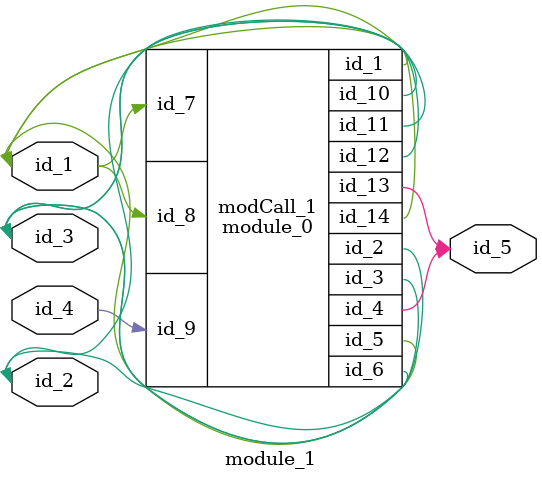
<source format=v>
module module_0 (
    id_1,
    id_2,
    id_3,
    id_4,
    id_5,
    id_6,
    id_7,
    id_8,
    id_9,
    id_10,
    id_11,
    id_12,
    id_13,
    id_14
);
  inout wire id_14;
  output wire id_13;
  inout wire id_12;
  output wire id_11;
  inout wire id_10;
  input wire id_9;
  input wire id_8;
  input wire id_7;
  inout wire id_6;
  output wire id_5;
  output wire id_4;
  inout wire id_3;
  inout wire id_2;
  output wire id_1;
  assign id_3 = id_7 - id_3;
  wire id_15;
  wire id_16;
endmodule
module module_1 (
    id_1,
    id_2,
    id_3,
    id_4,
    id_5
);
  output wire id_5;
  module_0 modCall_1 (
      id_1,
      id_3,
      id_3,
      id_5,
      id_1,
      id_2,
      id_1,
      id_1,
      id_4,
      id_3,
      id_3,
      id_2,
      id_5,
      id_1
  );
  input wire id_4;
  inout wire id_3;
  inout wire id_2;
  inout wire id_1;
endmodule

</source>
